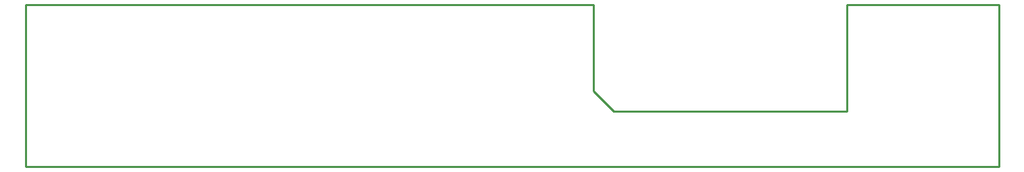
<source format=gbr>
G04 EAGLE Gerber RS-274X export*
G75*
%MOMM*%
%FSLAX34Y34*%
%LPD*%
%IN*%
%IPPOS*%
%AMOC8*
5,1,8,0,0,1.08239X$1,22.5*%
G01*
G04 Define Apertures*
%ADD10C,0.254000*%
D10*
X-76200Y-25400D02*
X1143000Y-25400D01*
X1143000Y177800D01*
X952500Y177800D01*
X952500Y44450D01*
X660400Y44450D01*
X635000Y69850D01*
X635000Y177800D01*
X-76200Y177800D01*
X-76200Y-25400D01*
M02*

</source>
